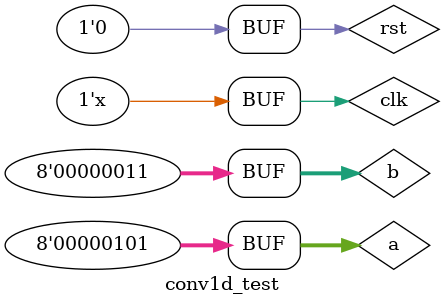
<source format=v>
module conv1d_test;
   // parameter N = 5;
    //parameter M = 5;
    
    reg clk, rst;
    reg [7:0] a, b;
    wire [7:0] out;
    wire done;
    
    // Instantiate the convolution module
    conv_1d #(5,3) uut (
        .clk(clk), 
        .rst(rst), 
        .a(a), 
        .b(b), 
        .out(out), 
        .done(done)
    );
    
    // Clock generation
    always #5 clk = ~clk; // 10ns clock period
    
    initial begin
        // Initialize signals
        clk = 0;
        rst = 1;
        #100;
        
        
        
        rst = 0; // Deassert reset after some time
        
        // Apply inputs sequentially with proper timing
        #3 a = 8'd1; b = 8'd1;
        #20 a = 8'd2; b = 8'd2;
        #20 a = 8'd3; b = 8'd3;
        #20 a = 8'd4; 
        #20 a = 8'd5; 
        

    end
    
endmodule

</source>
